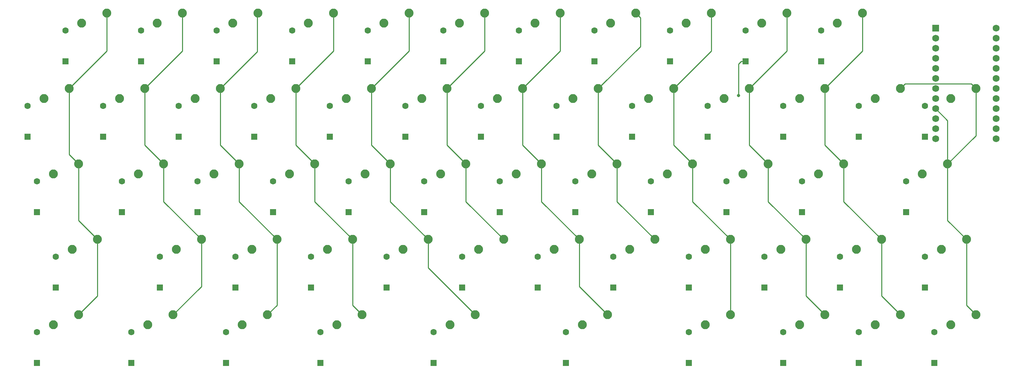
<source format=gbr>
G04 #@! TF.GenerationSoftware,KiCad,Pcbnew,(5.1.5-0-10_14)*
G04 #@! TF.CreationDate,2020-08-31T10:03:10-05:00*
G04 #@! TF.ProjectId,SithZhuyin40,53697468-5a68-4757-9969-6e34302e6b69,rev?*
G04 #@! TF.SameCoordinates,Original*
G04 #@! TF.FileFunction,Copper,L1,Top*
G04 #@! TF.FilePolarity,Positive*
%FSLAX46Y46*%
G04 Gerber Fmt 4.6, Leading zero omitted, Abs format (unit mm)*
G04 Created by KiCad (PCBNEW (5.1.5-0-10_14)) date 2020-08-31 10:03:10*
%MOMM*%
%LPD*%
G04 APERTURE LIST*
%ADD10C,1.752600*%
%ADD11R,1.752600X1.752600*%
%ADD12C,2.250000*%
%ADD13R,1.600000X1.600000*%
%ADD14C,1.600000*%
%ADD15C,0.800000*%
%ADD16C,0.250000*%
G04 APERTURE END LIST*
D10*
X278288750Y-53498750D03*
X263048750Y-81438750D03*
X278288750Y-56038750D03*
X278288750Y-58578750D03*
X278288750Y-61118750D03*
X278288750Y-63658750D03*
X278288750Y-66198750D03*
X278288750Y-68738750D03*
X278288750Y-71278750D03*
X278288750Y-73818750D03*
X278288750Y-76358750D03*
X278288750Y-78898750D03*
X278288750Y-81438750D03*
X263048750Y-78898750D03*
X263048750Y-76358750D03*
X263048750Y-73818750D03*
X263048750Y-71278750D03*
X263048750Y-68738750D03*
X263048750Y-66198750D03*
X263048750Y-63658750D03*
X263048750Y-61118750D03*
X263048750Y-58578750D03*
X263048750Y-56038750D03*
D11*
X263048750Y-53498750D03*
D12*
X273208750Y-125888750D03*
X266858750Y-128428750D03*
X254158750Y-125888750D03*
X247808750Y-128428750D03*
X235108750Y-125888750D03*
X228758750Y-128428750D03*
X211296250Y-125888750D03*
X204946250Y-128428750D03*
X180340000Y-125888750D03*
X173990000Y-128428750D03*
X147002500Y-125888750D03*
X140652500Y-128428750D03*
X118427500Y-125888750D03*
X112077500Y-128428750D03*
X94615000Y-125888750D03*
X88265000Y-128428750D03*
X70802500Y-125888750D03*
X64452500Y-128428750D03*
X46990000Y-125888750D03*
X40640000Y-128428750D03*
X270827500Y-106838750D03*
X264477500Y-109378750D03*
X249396250Y-106838750D03*
X243046250Y-109378750D03*
X230346250Y-106838750D03*
X223996250Y-109378750D03*
X211296250Y-106838750D03*
X204946250Y-109378750D03*
X192246250Y-106838750D03*
X185896250Y-109378750D03*
X173196250Y-106838750D03*
X166846250Y-109378750D03*
X154146250Y-106838750D03*
X147796250Y-109378750D03*
X135096250Y-106838750D03*
X128746250Y-109378750D03*
X116046250Y-106838750D03*
X109696250Y-109378750D03*
X96996250Y-106838750D03*
X90646250Y-109378750D03*
X77946250Y-106838750D03*
X71596250Y-109378750D03*
X51752500Y-106838750D03*
X45402500Y-109378750D03*
X266065000Y-87788750D03*
X259715000Y-90328750D03*
X239871250Y-87788750D03*
X233521250Y-90328750D03*
X220821250Y-87788750D03*
X214471250Y-90328750D03*
X201771250Y-87788750D03*
X195421250Y-90328750D03*
X182721250Y-87788750D03*
X176371250Y-90328750D03*
X163671250Y-87788750D03*
X157321250Y-90328750D03*
X144621250Y-87788750D03*
X138271250Y-90328750D03*
X125571250Y-87788750D03*
X119221250Y-90328750D03*
X106521250Y-87788750D03*
X100171250Y-90328750D03*
X87471250Y-87788750D03*
X81121250Y-90328750D03*
X68421250Y-87788750D03*
X62071250Y-90328750D03*
X46990000Y-87788750D03*
X40640000Y-90328750D03*
X273208750Y-68738750D03*
X266858750Y-71278750D03*
X235108750Y-68738750D03*
X228758750Y-71278750D03*
X216058750Y-68738750D03*
X209708750Y-71278750D03*
X197008750Y-68738750D03*
X190658750Y-71278750D03*
X177958750Y-68738750D03*
X171608750Y-71278750D03*
X158908750Y-68738750D03*
X152558750Y-71278750D03*
X139858750Y-68738750D03*
X133508750Y-71278750D03*
X120808750Y-68738750D03*
X114458750Y-71278750D03*
X101758750Y-68738750D03*
X95408750Y-71278750D03*
X82708750Y-68738750D03*
X76358750Y-71278750D03*
X63658750Y-68738750D03*
X57308750Y-71278750D03*
X44608750Y-68738750D03*
X38258750Y-71278750D03*
X254158750Y-68738750D03*
X247808750Y-71278750D03*
X244633750Y-49688750D03*
X238283750Y-52228750D03*
X225583750Y-49688750D03*
X219233750Y-52228750D03*
X206533750Y-49688750D03*
X200183750Y-52228750D03*
X187483750Y-49688750D03*
X181133750Y-52228750D03*
X168433750Y-49688750D03*
X162083750Y-52228750D03*
X149383750Y-49688750D03*
X143033750Y-52228750D03*
X130333750Y-49688750D03*
X123983750Y-52228750D03*
X111283750Y-49688750D03*
X104933750Y-52228750D03*
X92233750Y-49688750D03*
X85883750Y-52228750D03*
X73183750Y-49688750D03*
X66833750Y-52228750D03*
X54133750Y-49688750D03*
X47783750Y-52228750D03*
D13*
X262731250Y-138043750D03*
D14*
X262731250Y-130243750D03*
D13*
X243681250Y-138043750D03*
D14*
X243681250Y-130243750D03*
D13*
X224631250Y-138043750D03*
D14*
X224631250Y-130243750D03*
D13*
X200818750Y-138043750D03*
D14*
X200818750Y-130243750D03*
D13*
X169862500Y-138043750D03*
D14*
X169862500Y-130243750D03*
D13*
X136525000Y-138043750D03*
D14*
X136525000Y-130243750D03*
D13*
X107950000Y-138043750D03*
D14*
X107950000Y-130243750D03*
D13*
X84137500Y-138043750D03*
D14*
X84137500Y-130243750D03*
D13*
X60325000Y-138043750D03*
D14*
X60325000Y-130243750D03*
D13*
X36512500Y-138043750D03*
D14*
X36512500Y-130243750D03*
D13*
X260350000Y-118993750D03*
D14*
X260350000Y-111193750D03*
D13*
X238918750Y-118993750D03*
D14*
X238918750Y-111193750D03*
D13*
X219868750Y-118993750D03*
D14*
X219868750Y-111193750D03*
D13*
X200818750Y-118993750D03*
D14*
X200818750Y-111193750D03*
D13*
X181768750Y-118993750D03*
D14*
X181768750Y-111193750D03*
D13*
X162718750Y-118993750D03*
D14*
X162718750Y-111193750D03*
D13*
X143668750Y-118993750D03*
D14*
X143668750Y-111193750D03*
D13*
X124618750Y-118993750D03*
D14*
X124618750Y-111193750D03*
D13*
X105568750Y-118993750D03*
D14*
X105568750Y-111193750D03*
D13*
X86518750Y-118993750D03*
D14*
X86518750Y-111193750D03*
D13*
X67468750Y-118993750D03*
D14*
X67468750Y-111193750D03*
D13*
X41275000Y-118993750D03*
D14*
X41275000Y-111193750D03*
D13*
X255587500Y-99943750D03*
D14*
X255587500Y-92143750D03*
D13*
X229393750Y-99943750D03*
D14*
X229393750Y-92143750D03*
D13*
X210343750Y-99943750D03*
D14*
X210343750Y-92143750D03*
D13*
X191293750Y-99943750D03*
D14*
X191293750Y-92143750D03*
D13*
X172243750Y-99943750D03*
D14*
X172243750Y-92143750D03*
D13*
X153193750Y-99943750D03*
D14*
X153193750Y-92143750D03*
D13*
X134143750Y-99943750D03*
D14*
X134143750Y-92143750D03*
D13*
X115093750Y-99943750D03*
D14*
X115093750Y-92143750D03*
D13*
X96043750Y-99943750D03*
D14*
X96043750Y-92143750D03*
D13*
X76993750Y-99943750D03*
D14*
X76993750Y-92143750D03*
D13*
X57943750Y-99943750D03*
D14*
X57943750Y-92143750D03*
D13*
X36512500Y-99943750D03*
D14*
X36512500Y-92143750D03*
D13*
X260350000Y-80893750D03*
D14*
X260350000Y-73093750D03*
D13*
X224631250Y-80893750D03*
D14*
X224631250Y-73093750D03*
D13*
X205581250Y-80893750D03*
D14*
X205581250Y-73093750D03*
D13*
X186531250Y-80893750D03*
D14*
X186531250Y-73093750D03*
D13*
X167481250Y-80893750D03*
D14*
X167481250Y-73093750D03*
D13*
X148431250Y-80893750D03*
D14*
X148431250Y-73093750D03*
D13*
X129381250Y-80893750D03*
D14*
X129381250Y-73093750D03*
D13*
X110331250Y-80893750D03*
D14*
X110331250Y-73093750D03*
D13*
X91281250Y-80893750D03*
D14*
X91281250Y-73093750D03*
D13*
X72231250Y-80893750D03*
D14*
X72231250Y-73093750D03*
D13*
X53181250Y-80893750D03*
D14*
X53181250Y-73093750D03*
D13*
X34131250Y-80893750D03*
D14*
X34131250Y-73093750D03*
D13*
X243681250Y-80893750D03*
D14*
X243681250Y-73093750D03*
D13*
X234156250Y-61843750D03*
D14*
X234156250Y-54043750D03*
D13*
X215106250Y-61843750D03*
D14*
X215106250Y-54043750D03*
D13*
X196056250Y-61843750D03*
D14*
X196056250Y-54043750D03*
D13*
X177006250Y-61843750D03*
D14*
X177006250Y-54043750D03*
D13*
X157956250Y-61843750D03*
D14*
X157956250Y-54043750D03*
D13*
X138906250Y-61843750D03*
D14*
X138906250Y-54043750D03*
D13*
X119856250Y-61843750D03*
D14*
X119856250Y-54043750D03*
D13*
X100806250Y-61843750D03*
D14*
X100806250Y-54043750D03*
D13*
X81756250Y-61843750D03*
D14*
X81756250Y-54043750D03*
D13*
X62706250Y-61843750D03*
D14*
X62706250Y-54043750D03*
D13*
X43656250Y-61843750D03*
D14*
X43656250Y-54043750D03*
D15*
X213360000Y-70485000D03*
D16*
X213360000Y-62540000D02*
X213360000Y-70485000D01*
X214056250Y-61843750D02*
X213360000Y-62540000D01*
X215106250Y-61843750D02*
X214056250Y-61843750D01*
X54133750Y-59213750D02*
X44608750Y-68738750D01*
X54133750Y-49688750D02*
X54133750Y-59213750D01*
X44608750Y-85407500D02*
X46990000Y-87788750D01*
X44608750Y-68738750D02*
X44608750Y-85407500D01*
X46990000Y-102076250D02*
X51974750Y-107061000D01*
X46990000Y-87788750D02*
X46990000Y-102076250D01*
X51752500Y-121126250D02*
X46990000Y-125888750D01*
X51752500Y-106838750D02*
X51752500Y-121126250D01*
X73183750Y-59213750D02*
X63658750Y-68738750D01*
X73183750Y-49688750D02*
X73183750Y-59213750D01*
X63658750Y-83026250D02*
X68421250Y-87788750D01*
X63658750Y-68738750D02*
X63658750Y-83026250D01*
X68421250Y-97313750D02*
X77946250Y-106838750D01*
X68421250Y-87788750D02*
X68421250Y-97313750D01*
X77946250Y-118745000D02*
X70802500Y-125888750D01*
X77946250Y-106838750D02*
X77946250Y-118745000D01*
X83833749Y-67613751D02*
X82708750Y-68738750D01*
X92012651Y-59434849D02*
X83833749Y-67613751D01*
X92012651Y-49909849D02*
X92012651Y-59434849D01*
X92233750Y-49688750D02*
X92012651Y-49909849D01*
X82708750Y-83026250D02*
X87471250Y-87788750D01*
X82708750Y-68738750D02*
X82708750Y-83026250D01*
X87471250Y-97313750D02*
X96996250Y-106838750D01*
X87471250Y-87788750D02*
X87471250Y-97313750D01*
X96996250Y-123507500D02*
X94615000Y-125888750D01*
X96996250Y-106838750D02*
X96996250Y-123507500D01*
X111283750Y-59213750D02*
X101758750Y-68738750D01*
X111283750Y-49688750D02*
X111283750Y-59213750D01*
X101758750Y-83026250D02*
X106521250Y-87788750D01*
X101758750Y-68738750D02*
X101758750Y-83026250D01*
X106521250Y-97313750D02*
X116046250Y-106838750D01*
X106521250Y-87788750D02*
X106521250Y-97313750D01*
X116046250Y-123507500D02*
X118427500Y-125888750D01*
X116046250Y-106838750D02*
X116046250Y-123507500D01*
X130333750Y-59213750D02*
X120808750Y-68738750D01*
X130333750Y-49688750D02*
X130333750Y-59213750D01*
X120808750Y-83026250D02*
X125571250Y-87788750D01*
X120808750Y-68738750D02*
X120808750Y-83026250D01*
X125571250Y-97313750D02*
X135096250Y-106838750D01*
X125571250Y-87788750D02*
X125571250Y-97313750D01*
X135096250Y-113982500D02*
X147002500Y-125888750D01*
X135096250Y-106838750D02*
X135096250Y-113982500D01*
X149383750Y-59213750D02*
X139858750Y-68738750D01*
X149383750Y-49688750D02*
X149383750Y-59213750D01*
X139858750Y-83026250D02*
X144621250Y-87788750D01*
X139858750Y-68738750D02*
X139858750Y-83026250D01*
X144621250Y-97313750D02*
X154146250Y-106838750D01*
X144621250Y-87788750D02*
X144621250Y-97313750D01*
X168433750Y-59213750D02*
X158908750Y-68738750D01*
X168433750Y-49688750D02*
X168433750Y-59213750D01*
X158908750Y-83026250D02*
X163671250Y-87788750D01*
X158908750Y-68738750D02*
X158908750Y-83026250D01*
X163671250Y-97313750D02*
X173196250Y-106838750D01*
X163671250Y-87788750D02*
X163671250Y-97313750D01*
X173196250Y-118745000D02*
X180340000Y-125888750D01*
X173196250Y-106838750D02*
X173196250Y-118745000D01*
X179083749Y-67613751D02*
X177958750Y-68738750D01*
X188608749Y-58088751D02*
X179083749Y-67613751D01*
X188608749Y-50813749D02*
X188608749Y-58088751D01*
X187483750Y-49688750D02*
X188608749Y-50813749D01*
X177958750Y-83026250D02*
X182721250Y-87788750D01*
X177958750Y-68738750D02*
X177958750Y-83026250D01*
X182721250Y-97313750D02*
X192246250Y-106838750D01*
X182721250Y-87788750D02*
X182721250Y-97313750D01*
X206533750Y-59213750D02*
X197008750Y-68738750D01*
X206533750Y-49688750D02*
X206533750Y-59213750D01*
X197008750Y-83026250D02*
X201771250Y-87788750D01*
X197008750Y-68738750D02*
X197008750Y-83026250D01*
X201771250Y-97313750D02*
X211296250Y-106838750D01*
X201771250Y-87788750D02*
X201771250Y-97313750D01*
X211296250Y-106838750D02*
X211296250Y-125888750D01*
X225583750Y-59213750D02*
X216058750Y-68738750D01*
X225583750Y-49688750D02*
X225583750Y-59213750D01*
X216058750Y-83026250D02*
X220821250Y-87788750D01*
X216058750Y-68738750D02*
X216058750Y-83026250D01*
X220821250Y-97313750D02*
X230346250Y-106838750D01*
X220821250Y-87788750D02*
X220821250Y-97313750D01*
X230346250Y-121126250D02*
X235108750Y-125888750D01*
X230346250Y-106838750D02*
X230346250Y-121126250D01*
X244633750Y-59213750D02*
X235108750Y-68738750D01*
X244633750Y-49688750D02*
X244633750Y-59213750D01*
X235108750Y-83026250D02*
X239871250Y-87788750D01*
X235108750Y-68738750D02*
X235108750Y-83026250D01*
X239871250Y-97313750D02*
X249396250Y-106838750D01*
X239871250Y-87788750D02*
X239871250Y-97313750D01*
X249396250Y-121126250D02*
X254158750Y-125888750D01*
X249396250Y-106838750D02*
X249396250Y-121126250D01*
X273208750Y-80645000D02*
X266065000Y-87788750D01*
X273208750Y-68738750D02*
X273208750Y-80645000D01*
X266065000Y-102076250D02*
X270827500Y-106838750D01*
X266065000Y-87788750D02*
X266065000Y-102076250D01*
X270827500Y-123507500D02*
X273208750Y-125888750D01*
X270827500Y-106838750D02*
X270827500Y-123507500D01*
X272083751Y-67613751D02*
X273208750Y-68738750D01*
X272007449Y-67537449D02*
X272083751Y-67613751D01*
X255360051Y-67537449D02*
X272007449Y-67537449D01*
X254158750Y-68738750D02*
X255360051Y-67537449D01*
X266065000Y-76835000D02*
X263048750Y-73818750D01*
X266065000Y-87788750D02*
X266065000Y-76835000D01*
M02*

</source>
